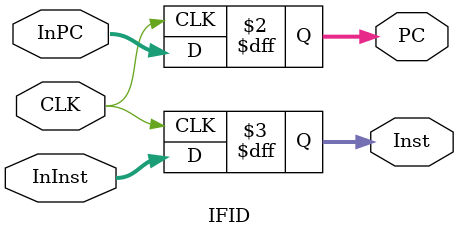
<source format=v>
module IFID(
    CLK,
    InPC,
    InInst,
    PC,
    Inst
);

input CLK;
input [31:0] InPC;
input [31:0] InInst;
output reg [31:0] PC;
output reg [31:0] Inst;

always @(posedge CLK) begin
    PC <= InPC;
    Inst <= InInst;
end

endmodule
</source>
